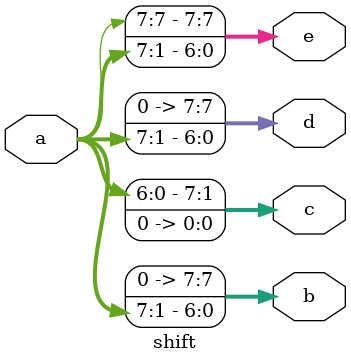
<source format=v>

module shift (input [7:0] a, output [7:0] b, output [7:0] c, output [7:0] d, output [7:0] e);

assign b = a >> 1;
assign c = a << 1;
assign d = a >>> 1;
assign e = $signed(a) >>> 1;

endmodule

</source>
